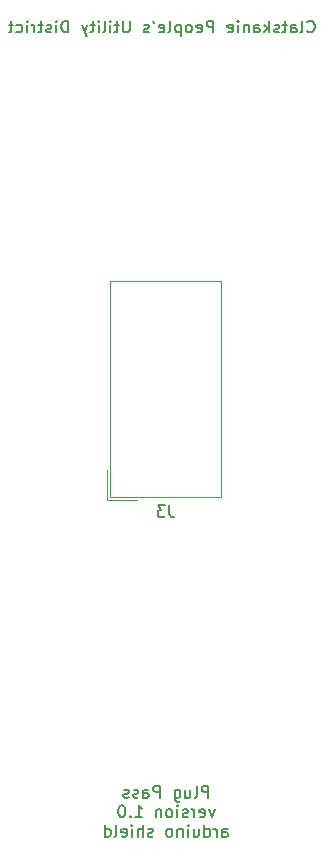
<source format=gbo>
G04 #@! TF.GenerationSoftware,KiCad,Pcbnew,(5.1.5)-3*
G04 #@! TF.CreationDate,2020-04-22T08:10:39-07:00*
G04 #@! TF.ProjectId,Plug_Pass_120V_arduino_shield,506c7567-5f50-4617-9373-5f313230565f,rev?*
G04 #@! TF.SameCoordinates,Original*
G04 #@! TF.FileFunction,Legend,Bot*
G04 #@! TF.FilePolarity,Positive*
%FSLAX46Y46*%
G04 Gerber Fmt 4.6, Leading zero omitted, Abs format (unit mm)*
G04 Created by KiCad (PCBNEW (5.1.5)-3) date 2020-04-22 08:10:39*
%MOMM*%
%LPD*%
G04 APERTURE LIST*
%ADD10C,0.150000*%
%ADD11C,0.120000*%
G04 APERTURE END LIST*
D10*
X108331188Y-127326380D02*
X108331188Y-126326380D01*
X107950236Y-126326380D01*
X107854998Y-126374000D01*
X107807379Y-126421619D01*
X107759760Y-126516857D01*
X107759760Y-126659714D01*
X107807379Y-126754952D01*
X107854998Y-126802571D01*
X107950236Y-126850190D01*
X108331188Y-126850190D01*
X107188331Y-127326380D02*
X107283569Y-127278761D01*
X107331188Y-127183523D01*
X107331188Y-126326380D01*
X106378807Y-126659714D02*
X106378807Y-127326380D01*
X106807379Y-126659714D02*
X106807379Y-127183523D01*
X106759760Y-127278761D01*
X106664521Y-127326380D01*
X106521664Y-127326380D01*
X106426426Y-127278761D01*
X106378807Y-127231142D01*
X105474045Y-126659714D02*
X105474045Y-127469238D01*
X105521664Y-127564476D01*
X105569283Y-127612095D01*
X105664521Y-127659714D01*
X105807379Y-127659714D01*
X105902617Y-127612095D01*
X105474045Y-127278761D02*
X105569283Y-127326380D01*
X105759760Y-127326380D01*
X105854998Y-127278761D01*
X105902617Y-127231142D01*
X105950236Y-127135904D01*
X105950236Y-126850190D01*
X105902617Y-126754952D01*
X105854998Y-126707333D01*
X105759760Y-126659714D01*
X105569283Y-126659714D01*
X105474045Y-126707333D01*
X104235950Y-127326380D02*
X104235950Y-126326380D01*
X103854998Y-126326380D01*
X103759760Y-126374000D01*
X103712140Y-126421619D01*
X103664521Y-126516857D01*
X103664521Y-126659714D01*
X103712140Y-126754952D01*
X103759760Y-126802571D01*
X103854998Y-126850190D01*
X104235950Y-126850190D01*
X102807379Y-127326380D02*
X102807379Y-126802571D01*
X102854998Y-126707333D01*
X102950236Y-126659714D01*
X103140712Y-126659714D01*
X103235950Y-126707333D01*
X102807379Y-127278761D02*
X102902617Y-127326380D01*
X103140712Y-127326380D01*
X103235950Y-127278761D01*
X103283569Y-127183523D01*
X103283569Y-127088285D01*
X103235950Y-126993047D01*
X103140712Y-126945428D01*
X102902617Y-126945428D01*
X102807379Y-126897809D01*
X102378807Y-127278761D02*
X102283569Y-127326380D01*
X102093093Y-127326380D01*
X101997855Y-127278761D01*
X101950236Y-127183523D01*
X101950236Y-127135904D01*
X101997855Y-127040666D01*
X102093093Y-126993047D01*
X102235950Y-126993047D01*
X102331188Y-126945428D01*
X102378807Y-126850190D01*
X102378807Y-126802571D01*
X102331188Y-126707333D01*
X102235950Y-126659714D01*
X102093093Y-126659714D01*
X101997855Y-126707333D01*
X101569283Y-127278761D02*
X101474045Y-127326380D01*
X101283569Y-127326380D01*
X101188331Y-127278761D01*
X101140712Y-127183523D01*
X101140712Y-127135904D01*
X101188331Y-127040666D01*
X101283569Y-126993047D01*
X101426426Y-126993047D01*
X101521664Y-126945428D01*
X101569283Y-126850190D01*
X101569283Y-126802571D01*
X101521664Y-126707333D01*
X101426426Y-126659714D01*
X101283569Y-126659714D01*
X101188331Y-126707333D01*
X108854998Y-128309714D02*
X108616902Y-128976380D01*
X108378807Y-128309714D01*
X107616902Y-128928761D02*
X107712140Y-128976380D01*
X107902617Y-128976380D01*
X107997855Y-128928761D01*
X108045474Y-128833523D01*
X108045474Y-128452571D01*
X107997855Y-128357333D01*
X107902617Y-128309714D01*
X107712140Y-128309714D01*
X107616902Y-128357333D01*
X107569283Y-128452571D01*
X107569283Y-128547809D01*
X108045474Y-128643047D01*
X107140712Y-128976380D02*
X107140712Y-128309714D01*
X107140712Y-128500190D02*
X107093093Y-128404952D01*
X107045474Y-128357333D01*
X106950236Y-128309714D01*
X106854998Y-128309714D01*
X106569283Y-128928761D02*
X106474045Y-128976380D01*
X106283569Y-128976380D01*
X106188331Y-128928761D01*
X106140712Y-128833523D01*
X106140712Y-128785904D01*
X106188331Y-128690666D01*
X106283569Y-128643047D01*
X106426426Y-128643047D01*
X106521664Y-128595428D01*
X106569283Y-128500190D01*
X106569283Y-128452571D01*
X106521664Y-128357333D01*
X106426426Y-128309714D01*
X106283569Y-128309714D01*
X106188331Y-128357333D01*
X105712140Y-128976380D02*
X105712140Y-128309714D01*
X105712140Y-127976380D02*
X105759760Y-128024000D01*
X105712140Y-128071619D01*
X105664521Y-128024000D01*
X105712140Y-127976380D01*
X105712140Y-128071619D01*
X105093093Y-128976380D02*
X105188331Y-128928761D01*
X105235950Y-128881142D01*
X105283569Y-128785904D01*
X105283569Y-128500190D01*
X105235950Y-128404952D01*
X105188331Y-128357333D01*
X105093093Y-128309714D01*
X104950236Y-128309714D01*
X104854998Y-128357333D01*
X104807379Y-128404952D01*
X104759760Y-128500190D01*
X104759760Y-128785904D01*
X104807379Y-128881142D01*
X104854998Y-128928761D01*
X104950236Y-128976380D01*
X105093093Y-128976380D01*
X104331188Y-128309714D02*
X104331188Y-128976380D01*
X104331188Y-128404952D02*
X104283569Y-128357333D01*
X104188331Y-128309714D01*
X104045474Y-128309714D01*
X103950236Y-128357333D01*
X103902617Y-128452571D01*
X103902617Y-128976380D01*
X102140712Y-128976380D02*
X102712140Y-128976380D01*
X102426426Y-128976380D02*
X102426426Y-127976380D01*
X102521664Y-128119238D01*
X102616902Y-128214476D01*
X102712140Y-128262095D01*
X101712140Y-128881142D02*
X101664521Y-128928761D01*
X101712140Y-128976380D01*
X101759760Y-128928761D01*
X101712140Y-128881142D01*
X101712140Y-128976380D01*
X101045474Y-127976380D02*
X100950236Y-127976380D01*
X100854998Y-128024000D01*
X100807379Y-128071619D01*
X100759760Y-128166857D01*
X100712140Y-128357333D01*
X100712140Y-128595428D01*
X100759760Y-128785904D01*
X100807379Y-128881142D01*
X100854998Y-128928761D01*
X100950236Y-128976380D01*
X101045474Y-128976380D01*
X101140712Y-128928761D01*
X101188331Y-128881142D01*
X101235950Y-128785904D01*
X101283569Y-128595428D01*
X101283569Y-128357333D01*
X101235950Y-128166857D01*
X101188331Y-128071619D01*
X101140712Y-128024000D01*
X101045474Y-127976380D01*
X109521664Y-130626380D02*
X109521664Y-130102571D01*
X109569283Y-130007333D01*
X109664521Y-129959714D01*
X109854998Y-129959714D01*
X109950236Y-130007333D01*
X109521664Y-130578761D02*
X109616902Y-130626380D01*
X109854998Y-130626380D01*
X109950236Y-130578761D01*
X109997855Y-130483523D01*
X109997855Y-130388285D01*
X109950236Y-130293047D01*
X109854998Y-130245428D01*
X109616902Y-130245428D01*
X109521664Y-130197809D01*
X109045474Y-130626380D02*
X109045474Y-129959714D01*
X109045474Y-130150190D02*
X108997855Y-130054952D01*
X108950236Y-130007333D01*
X108854998Y-129959714D01*
X108759760Y-129959714D01*
X107997855Y-130626380D02*
X107997855Y-129626380D01*
X107997855Y-130578761D02*
X108093093Y-130626380D01*
X108283569Y-130626380D01*
X108378807Y-130578761D01*
X108426426Y-130531142D01*
X108474045Y-130435904D01*
X108474045Y-130150190D01*
X108426426Y-130054952D01*
X108378807Y-130007333D01*
X108283569Y-129959714D01*
X108093093Y-129959714D01*
X107997855Y-130007333D01*
X107093093Y-129959714D02*
X107093093Y-130626380D01*
X107521664Y-129959714D02*
X107521664Y-130483523D01*
X107474045Y-130578761D01*
X107378807Y-130626380D01*
X107235950Y-130626380D01*
X107140712Y-130578761D01*
X107093093Y-130531142D01*
X106616902Y-130626380D02*
X106616902Y-129959714D01*
X106616902Y-129626380D02*
X106664521Y-129674000D01*
X106616902Y-129721619D01*
X106569283Y-129674000D01*
X106616902Y-129626380D01*
X106616902Y-129721619D01*
X106140712Y-129959714D02*
X106140712Y-130626380D01*
X106140712Y-130054952D02*
X106093093Y-130007333D01*
X105997855Y-129959714D01*
X105854998Y-129959714D01*
X105759760Y-130007333D01*
X105712140Y-130102571D01*
X105712140Y-130626380D01*
X105093093Y-130626380D02*
X105188331Y-130578761D01*
X105235950Y-130531142D01*
X105283569Y-130435904D01*
X105283569Y-130150190D01*
X105235950Y-130054952D01*
X105188331Y-130007333D01*
X105093093Y-129959714D01*
X104950236Y-129959714D01*
X104854998Y-130007333D01*
X104807379Y-130054952D01*
X104759760Y-130150190D01*
X104759760Y-130435904D01*
X104807379Y-130531142D01*
X104854998Y-130578761D01*
X104950236Y-130626380D01*
X105093093Y-130626380D01*
X103616902Y-130578761D02*
X103521664Y-130626380D01*
X103331188Y-130626380D01*
X103235950Y-130578761D01*
X103188331Y-130483523D01*
X103188331Y-130435904D01*
X103235950Y-130340666D01*
X103331188Y-130293047D01*
X103474045Y-130293047D01*
X103569283Y-130245428D01*
X103616902Y-130150190D01*
X103616902Y-130102571D01*
X103569283Y-130007333D01*
X103474045Y-129959714D01*
X103331188Y-129959714D01*
X103235950Y-130007333D01*
X102759760Y-130626380D02*
X102759760Y-129626380D01*
X102331188Y-130626380D02*
X102331188Y-130102571D01*
X102378807Y-130007333D01*
X102474045Y-129959714D01*
X102616902Y-129959714D01*
X102712140Y-130007333D01*
X102759760Y-130054952D01*
X101854998Y-130626380D02*
X101854998Y-129959714D01*
X101854998Y-129626380D02*
X101902617Y-129674000D01*
X101854998Y-129721619D01*
X101807379Y-129674000D01*
X101854998Y-129626380D01*
X101854998Y-129721619D01*
X100997855Y-130578761D02*
X101093093Y-130626380D01*
X101283569Y-130626380D01*
X101378807Y-130578761D01*
X101426426Y-130483523D01*
X101426426Y-130102571D01*
X101378807Y-130007333D01*
X101283569Y-129959714D01*
X101093093Y-129959714D01*
X100997855Y-130007333D01*
X100950236Y-130102571D01*
X100950236Y-130197809D01*
X101426426Y-130293047D01*
X100378807Y-130626380D02*
X100474045Y-130578761D01*
X100521664Y-130483523D01*
X100521664Y-129626380D01*
X99569283Y-130626380D02*
X99569283Y-129626380D01*
X99569283Y-130578761D02*
X99664521Y-130626380D01*
X99854998Y-130626380D01*
X99950236Y-130578761D01*
X99997855Y-130531142D01*
X100045474Y-130435904D01*
X100045474Y-130150190D01*
X99997855Y-130054952D01*
X99950236Y-130007333D01*
X99854998Y-129959714D01*
X99664521Y-129959714D01*
X99569283Y-130007333D01*
X116697494Y-62444902D02*
X116745113Y-62492521D01*
X116887970Y-62540140D01*
X116983208Y-62540140D01*
X117126065Y-62492521D01*
X117221303Y-62397283D01*
X117268922Y-62302045D01*
X117316541Y-62111569D01*
X117316541Y-61968712D01*
X117268922Y-61778236D01*
X117221303Y-61682998D01*
X117126065Y-61587760D01*
X116983208Y-61540140D01*
X116887970Y-61540140D01*
X116745113Y-61587760D01*
X116697494Y-61635379D01*
X116126065Y-62540140D02*
X116221303Y-62492521D01*
X116268922Y-62397283D01*
X116268922Y-61540140D01*
X115316541Y-62540140D02*
X115316541Y-62016331D01*
X115364160Y-61921093D01*
X115459399Y-61873474D01*
X115649875Y-61873474D01*
X115745113Y-61921093D01*
X115316541Y-62492521D02*
X115411780Y-62540140D01*
X115649875Y-62540140D01*
X115745113Y-62492521D01*
X115792732Y-62397283D01*
X115792732Y-62302045D01*
X115745113Y-62206807D01*
X115649875Y-62159188D01*
X115411780Y-62159188D01*
X115316541Y-62111569D01*
X114983208Y-61873474D02*
X114602256Y-61873474D01*
X114840351Y-61540140D02*
X114840351Y-62397283D01*
X114792732Y-62492521D01*
X114697494Y-62540140D01*
X114602256Y-62540140D01*
X114316541Y-62492521D02*
X114221303Y-62540140D01*
X114030827Y-62540140D01*
X113935589Y-62492521D01*
X113887970Y-62397283D01*
X113887970Y-62349664D01*
X113935589Y-62254426D01*
X114030827Y-62206807D01*
X114173684Y-62206807D01*
X114268922Y-62159188D01*
X114316541Y-62063950D01*
X114316541Y-62016331D01*
X114268922Y-61921093D01*
X114173684Y-61873474D01*
X114030827Y-61873474D01*
X113935589Y-61921093D01*
X113459399Y-62540140D02*
X113459399Y-61540140D01*
X113364160Y-62159188D02*
X113078446Y-62540140D01*
X113078446Y-61873474D02*
X113459399Y-62254426D01*
X112221303Y-62540140D02*
X112221303Y-62016331D01*
X112268922Y-61921093D01*
X112364160Y-61873474D01*
X112554637Y-61873474D01*
X112649875Y-61921093D01*
X112221303Y-62492521D02*
X112316541Y-62540140D01*
X112554637Y-62540140D01*
X112649875Y-62492521D01*
X112697494Y-62397283D01*
X112697494Y-62302045D01*
X112649875Y-62206807D01*
X112554637Y-62159188D01*
X112316541Y-62159188D01*
X112221303Y-62111569D01*
X111745113Y-61873474D02*
X111745113Y-62540140D01*
X111745113Y-61968712D02*
X111697494Y-61921093D01*
X111602256Y-61873474D01*
X111459399Y-61873474D01*
X111364160Y-61921093D01*
X111316541Y-62016331D01*
X111316541Y-62540140D01*
X110840351Y-62540140D02*
X110840351Y-61873474D01*
X110840351Y-61540140D02*
X110887970Y-61587760D01*
X110840351Y-61635379D01*
X110792732Y-61587760D01*
X110840351Y-61540140D01*
X110840351Y-61635379D01*
X109983208Y-62492521D02*
X110078446Y-62540140D01*
X110268922Y-62540140D01*
X110364160Y-62492521D01*
X110411780Y-62397283D01*
X110411780Y-62016331D01*
X110364160Y-61921093D01*
X110268922Y-61873474D01*
X110078446Y-61873474D01*
X109983208Y-61921093D01*
X109935589Y-62016331D01*
X109935589Y-62111569D01*
X110411780Y-62206807D01*
X108745113Y-62540140D02*
X108745113Y-61540140D01*
X108364160Y-61540140D01*
X108268922Y-61587760D01*
X108221303Y-61635379D01*
X108173684Y-61730617D01*
X108173684Y-61873474D01*
X108221303Y-61968712D01*
X108268922Y-62016331D01*
X108364160Y-62063950D01*
X108745113Y-62063950D01*
X107364160Y-62492521D02*
X107459399Y-62540140D01*
X107649875Y-62540140D01*
X107745113Y-62492521D01*
X107792732Y-62397283D01*
X107792732Y-62016331D01*
X107745113Y-61921093D01*
X107649875Y-61873474D01*
X107459399Y-61873474D01*
X107364160Y-61921093D01*
X107316541Y-62016331D01*
X107316541Y-62111569D01*
X107792732Y-62206807D01*
X106745113Y-62540140D02*
X106840351Y-62492521D01*
X106887970Y-62444902D01*
X106935589Y-62349664D01*
X106935589Y-62063950D01*
X106887970Y-61968712D01*
X106840351Y-61921093D01*
X106745113Y-61873474D01*
X106602256Y-61873474D01*
X106507018Y-61921093D01*
X106459399Y-61968712D01*
X106411780Y-62063950D01*
X106411780Y-62349664D01*
X106459399Y-62444902D01*
X106507018Y-62492521D01*
X106602256Y-62540140D01*
X106745113Y-62540140D01*
X105983208Y-61873474D02*
X105983208Y-62873474D01*
X105983208Y-61921093D02*
X105887970Y-61873474D01*
X105697494Y-61873474D01*
X105602256Y-61921093D01*
X105554637Y-61968712D01*
X105507018Y-62063950D01*
X105507018Y-62349664D01*
X105554637Y-62444902D01*
X105602256Y-62492521D01*
X105697494Y-62540140D01*
X105887970Y-62540140D01*
X105983208Y-62492521D01*
X104935589Y-62540140D02*
X105030827Y-62492521D01*
X105078446Y-62397283D01*
X105078446Y-61540140D01*
X104173684Y-62492521D02*
X104268922Y-62540140D01*
X104459399Y-62540140D01*
X104554637Y-62492521D01*
X104602256Y-62397283D01*
X104602256Y-62016331D01*
X104554637Y-61921093D01*
X104459399Y-61873474D01*
X104268922Y-61873474D01*
X104173684Y-61921093D01*
X104126065Y-62016331D01*
X104126065Y-62111569D01*
X104602256Y-62206807D01*
X103649875Y-61540140D02*
X103745113Y-61730617D01*
X103268922Y-62492521D02*
X103173684Y-62540140D01*
X102983208Y-62540140D01*
X102887970Y-62492521D01*
X102840351Y-62397283D01*
X102840351Y-62349664D01*
X102887970Y-62254426D01*
X102983208Y-62206807D01*
X103126065Y-62206807D01*
X103221303Y-62159188D01*
X103268922Y-62063950D01*
X103268922Y-62016331D01*
X103221303Y-61921093D01*
X103126065Y-61873474D01*
X102983208Y-61873474D01*
X102887970Y-61921093D01*
X101649875Y-61540140D02*
X101649875Y-62349664D01*
X101602256Y-62444902D01*
X101554637Y-62492521D01*
X101459399Y-62540140D01*
X101268922Y-62540140D01*
X101173684Y-62492521D01*
X101126065Y-62444902D01*
X101078446Y-62349664D01*
X101078446Y-61540140D01*
X100745113Y-61873474D02*
X100364160Y-61873474D01*
X100602256Y-61540140D02*
X100602256Y-62397283D01*
X100554637Y-62492521D01*
X100459399Y-62540140D01*
X100364160Y-62540140D01*
X100030827Y-62540140D02*
X100030827Y-61873474D01*
X100030827Y-61540140D02*
X100078446Y-61587760D01*
X100030827Y-61635379D01*
X99983208Y-61587760D01*
X100030827Y-61540140D01*
X100030827Y-61635379D01*
X99411780Y-62540140D02*
X99507018Y-62492521D01*
X99554637Y-62397283D01*
X99554637Y-61540140D01*
X99030827Y-62540140D02*
X99030827Y-61873474D01*
X99030827Y-61540140D02*
X99078446Y-61587760D01*
X99030827Y-61635379D01*
X98983208Y-61587760D01*
X99030827Y-61540140D01*
X99030827Y-61635379D01*
X98697494Y-61873474D02*
X98316541Y-61873474D01*
X98554637Y-61540140D02*
X98554637Y-62397283D01*
X98507018Y-62492521D01*
X98411780Y-62540140D01*
X98316541Y-62540140D01*
X98078446Y-61873474D02*
X97840351Y-62540140D01*
X97602256Y-61873474D02*
X97840351Y-62540140D01*
X97935589Y-62778236D01*
X97983208Y-62825855D01*
X98078446Y-62873474D01*
X96459399Y-62540140D02*
X96459399Y-61540140D01*
X96221303Y-61540140D01*
X96078446Y-61587760D01*
X95983208Y-61682998D01*
X95935589Y-61778236D01*
X95887970Y-61968712D01*
X95887970Y-62111569D01*
X95935589Y-62302045D01*
X95983208Y-62397283D01*
X96078446Y-62492521D01*
X96221303Y-62540140D01*
X96459399Y-62540140D01*
X95459399Y-62540140D02*
X95459399Y-61873474D01*
X95459399Y-61540140D02*
X95507018Y-61587760D01*
X95459399Y-61635379D01*
X95411780Y-61587760D01*
X95459399Y-61540140D01*
X95459399Y-61635379D01*
X95030827Y-62492521D02*
X94935589Y-62540140D01*
X94745113Y-62540140D01*
X94649875Y-62492521D01*
X94602256Y-62397283D01*
X94602256Y-62349664D01*
X94649875Y-62254426D01*
X94745113Y-62206807D01*
X94887970Y-62206807D01*
X94983208Y-62159188D01*
X95030827Y-62063950D01*
X95030827Y-62016331D01*
X94983208Y-61921093D01*
X94887970Y-61873474D01*
X94745113Y-61873474D01*
X94649875Y-61921093D01*
X94316541Y-61873474D02*
X93935589Y-61873474D01*
X94173684Y-61540140D02*
X94173684Y-62397283D01*
X94126065Y-62492521D01*
X94030827Y-62540140D01*
X93935589Y-62540140D01*
X93602256Y-62540140D02*
X93602256Y-61873474D01*
X93602256Y-62063950D02*
X93554637Y-61968712D01*
X93507018Y-61921093D01*
X93411780Y-61873474D01*
X93316541Y-61873474D01*
X92983208Y-62540140D02*
X92983208Y-61873474D01*
X92983208Y-61540140D02*
X93030827Y-61587760D01*
X92983208Y-61635379D01*
X92935589Y-61587760D01*
X92983208Y-61540140D01*
X92983208Y-61635379D01*
X92078446Y-62492521D02*
X92173684Y-62540140D01*
X92364160Y-62540140D01*
X92459399Y-62492521D01*
X92507018Y-62444902D01*
X92554637Y-62349664D01*
X92554637Y-62063950D01*
X92507018Y-61968712D01*
X92459399Y-61921093D01*
X92364160Y-61873474D01*
X92173684Y-61873474D01*
X92078446Y-61921093D01*
X91792732Y-61873474D02*
X91411780Y-61873474D01*
X91649875Y-61540140D02*
X91649875Y-62397283D01*
X91602256Y-62492521D01*
X91507018Y-62540140D01*
X91411780Y-62540140D01*
D11*
X109363640Y-101870000D02*
X109363640Y-83550000D01*
X109363640Y-83550000D02*
X100013640Y-83550000D01*
X100013640Y-83550000D02*
X100013640Y-101870000D01*
X100013640Y-101870000D02*
X109363640Y-101870000D01*
X99763640Y-102120000D02*
X99763640Y-99580000D01*
X99763640Y-102120000D02*
X102303640Y-102120000D01*
D10*
X105021973Y-102576380D02*
X105021973Y-103290666D01*
X105069592Y-103433523D01*
X105164830Y-103528761D01*
X105307687Y-103576380D01*
X105402925Y-103576380D01*
X104641020Y-102576380D02*
X104021973Y-102576380D01*
X104355306Y-102957333D01*
X104212449Y-102957333D01*
X104117211Y-103004952D01*
X104069592Y-103052571D01*
X104021973Y-103147809D01*
X104021973Y-103385904D01*
X104069592Y-103481142D01*
X104117211Y-103528761D01*
X104212449Y-103576380D01*
X104498163Y-103576380D01*
X104593401Y-103528761D01*
X104641020Y-103481142D01*
M02*

</source>
